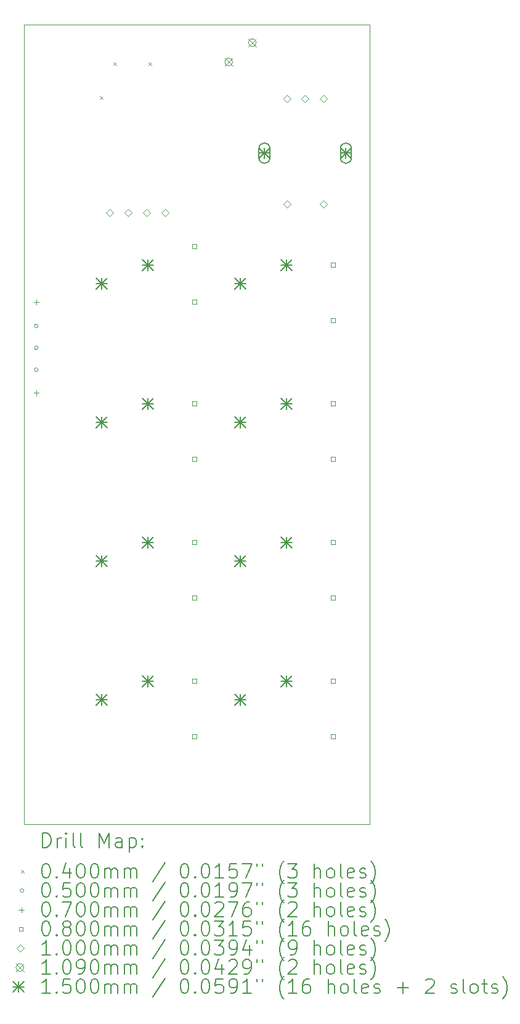
<source format=gbr>
%TF.GenerationSoftware,KiCad,Pcbnew,(6.0.9)*%
%TF.CreationDate,2023-04-09T12:51:09-04:00*%
%TF.ProjectId,MainPad,4d61696e-5061-4642-9e6b-696361645f70,rev?*%
%TF.SameCoordinates,Original*%
%TF.FileFunction,Drillmap*%
%TF.FilePolarity,Positive*%
%FSLAX45Y45*%
G04 Gerber Fmt 4.5, Leading zero omitted, Abs format (unit mm)*
G04 Created by KiCad (PCBNEW (6.0.9)) date 2023-04-09 12:51:09*
%MOMM*%
%LPD*%
G01*
G04 APERTURE LIST*
%ADD10C,0.100000*%
%ADD11C,0.200000*%
%ADD12C,0.040000*%
%ADD13C,0.050000*%
%ADD14C,0.070000*%
%ADD15C,0.080000*%
%ADD16C,0.109000*%
%ADD17C,0.150000*%
G04 APERTURE END LIST*
D10*
X16637000Y-13652500D02*
X11887200Y-13652500D01*
X11887200Y-13652500D02*
X11887200Y-2667000D01*
X11887200Y-2667000D02*
X16637000Y-2667000D01*
X16637000Y-2667000D02*
X16637000Y-13652500D01*
D11*
D12*
X12927010Y-3653840D02*
X12967010Y-3693840D01*
X12967010Y-3653840D02*
X12927010Y-3693840D01*
X13114100Y-3186690D02*
X13154100Y-3226690D01*
X13154100Y-3186690D02*
X13114100Y-3226690D01*
X13598600Y-3186560D02*
X13638600Y-3226560D01*
X13638600Y-3186560D02*
X13598600Y-3226560D01*
D13*
X12078000Y-6807000D02*
G75*
G03*
X12078000Y-6807000I-25000J0D01*
G01*
X12078000Y-7107000D02*
G75*
G03*
X12078000Y-7107000I-25000J0D01*
G01*
X12078000Y-7407000D02*
G75*
G03*
X12078000Y-7407000I-25000J0D01*
G01*
D14*
X12053000Y-6442000D02*
X12053000Y-6512000D01*
X12018000Y-6477000D02*
X12088000Y-6477000D01*
X12053000Y-7692000D02*
X12053000Y-7762000D01*
X12018000Y-7727000D02*
X12088000Y-7727000D01*
D15*
X14252284Y-5743284D02*
X14252284Y-5686715D01*
X14195715Y-5686715D01*
X14195715Y-5743284D01*
X14252284Y-5743284D01*
X14252284Y-6505284D02*
X14252284Y-6448715D01*
X14195715Y-6448715D01*
X14195715Y-6505284D01*
X14252284Y-6505284D01*
X14252284Y-7902284D02*
X14252284Y-7845715D01*
X14195715Y-7845715D01*
X14195715Y-7902284D01*
X14252284Y-7902284D01*
X14252284Y-8664285D02*
X14252284Y-8607716D01*
X14195715Y-8607716D01*
X14195715Y-8664285D01*
X14252284Y-8664285D01*
X14252284Y-9807285D02*
X14252284Y-9750716D01*
X14195715Y-9750716D01*
X14195715Y-9807285D01*
X14252284Y-9807285D01*
X14252284Y-10569285D02*
X14252284Y-10512716D01*
X14195715Y-10512716D01*
X14195715Y-10569285D01*
X14252284Y-10569285D01*
X14252284Y-11712284D02*
X14252284Y-11655715D01*
X14195715Y-11655715D01*
X14195715Y-11712284D01*
X14252284Y-11712284D01*
X14252284Y-12474284D02*
X14252284Y-12417715D01*
X14195715Y-12417715D01*
X14195715Y-12474284D01*
X14252284Y-12474284D01*
X16157284Y-5997284D02*
X16157284Y-5940715D01*
X16100715Y-5940715D01*
X16100715Y-5997284D01*
X16157284Y-5997284D01*
X16157284Y-6759284D02*
X16157284Y-6702715D01*
X16100715Y-6702715D01*
X16100715Y-6759284D01*
X16157284Y-6759284D01*
X16157284Y-7902284D02*
X16157284Y-7845715D01*
X16100715Y-7845715D01*
X16100715Y-7902284D01*
X16157284Y-7902284D01*
X16157284Y-8664285D02*
X16157284Y-8607716D01*
X16100715Y-8607716D01*
X16100715Y-8664285D01*
X16157284Y-8664285D01*
X16157284Y-9807285D02*
X16157284Y-9750716D01*
X16100715Y-9750716D01*
X16100715Y-9807285D01*
X16157284Y-9807285D01*
X16157284Y-10569285D02*
X16157284Y-10512716D01*
X16100715Y-10512716D01*
X16100715Y-10569285D01*
X16157284Y-10569285D01*
X16157284Y-11712284D02*
X16157284Y-11655715D01*
X16100715Y-11655715D01*
X16100715Y-11712284D01*
X16157284Y-11712284D01*
X16157284Y-12474284D02*
X16157284Y-12417715D01*
X16100715Y-12417715D01*
X16100715Y-12474284D01*
X16157284Y-12474284D01*
D10*
X13062000Y-5301000D02*
X13112000Y-5251000D01*
X13062000Y-5201000D01*
X13012000Y-5251000D01*
X13062000Y-5301000D01*
X13316000Y-5301000D02*
X13366000Y-5251000D01*
X13316000Y-5201000D01*
X13266000Y-5251000D01*
X13316000Y-5301000D01*
X13570000Y-5301000D02*
X13620000Y-5251000D01*
X13570000Y-5201000D01*
X13520000Y-5251000D01*
X13570000Y-5301000D01*
X13824000Y-5301000D02*
X13874000Y-5251000D01*
X13824000Y-5201000D01*
X13774000Y-5251000D01*
X13824000Y-5301000D01*
X15498000Y-3733000D02*
X15548000Y-3683000D01*
X15498000Y-3633000D01*
X15448000Y-3683000D01*
X15498000Y-3733000D01*
X15498000Y-5183000D02*
X15548000Y-5133000D01*
X15498000Y-5083000D01*
X15448000Y-5133000D01*
X15498000Y-5183000D01*
X15748000Y-3733000D02*
X15798000Y-3683000D01*
X15748000Y-3633000D01*
X15698000Y-3683000D01*
X15748000Y-3733000D01*
X15998000Y-3733000D02*
X16048000Y-3683000D01*
X15998000Y-3633000D01*
X15948000Y-3683000D01*
X15998000Y-3733000D01*
X15998000Y-5183000D02*
X16048000Y-5133000D01*
X15998000Y-5083000D01*
X15948000Y-5133000D01*
X15998000Y-5183000D01*
D16*
X14642000Y-3126000D02*
X14751000Y-3235000D01*
X14751000Y-3126000D02*
X14642000Y-3235000D01*
X14751000Y-3180500D02*
G75*
G03*
X14751000Y-3180500I-54500J0D01*
G01*
X14967000Y-2861000D02*
X15076000Y-2970000D01*
X15076000Y-2861000D02*
X14967000Y-2970000D01*
X15076000Y-2915500D02*
G75*
G03*
X15076000Y-2915500I-54500J0D01*
G01*
D17*
X12879000Y-6148000D02*
X13029000Y-6298000D01*
X13029000Y-6148000D02*
X12879000Y-6298000D01*
X12954000Y-6148000D02*
X12954000Y-6298000D01*
X12879000Y-6223000D02*
X13029000Y-6223000D01*
X12879000Y-8053000D02*
X13029000Y-8203000D01*
X13029000Y-8053000D02*
X12879000Y-8203000D01*
X12954000Y-8053000D02*
X12954000Y-8203000D01*
X12879000Y-8128000D02*
X13029000Y-8128000D01*
X12879000Y-9958000D02*
X13029000Y-10108000D01*
X13029000Y-9958000D02*
X12879000Y-10108000D01*
X12954000Y-9958000D02*
X12954000Y-10108000D01*
X12879000Y-10033000D02*
X13029000Y-10033000D01*
X12879000Y-11863000D02*
X13029000Y-12013000D01*
X13029000Y-11863000D02*
X12879000Y-12013000D01*
X12954000Y-11863000D02*
X12954000Y-12013000D01*
X12879000Y-11938000D02*
X13029000Y-11938000D01*
X13514000Y-5894000D02*
X13664000Y-6044000D01*
X13664000Y-5894000D02*
X13514000Y-6044000D01*
X13589000Y-5894000D02*
X13589000Y-6044000D01*
X13514000Y-5969000D02*
X13664000Y-5969000D01*
X13514000Y-7799000D02*
X13664000Y-7949000D01*
X13664000Y-7799000D02*
X13514000Y-7949000D01*
X13589000Y-7799000D02*
X13589000Y-7949000D01*
X13514000Y-7874000D02*
X13664000Y-7874000D01*
X13514000Y-9704000D02*
X13664000Y-9854000D01*
X13664000Y-9704000D02*
X13514000Y-9854000D01*
X13589000Y-9704000D02*
X13589000Y-9854000D01*
X13514000Y-9779000D02*
X13664000Y-9779000D01*
X13514000Y-11609000D02*
X13664000Y-11759000D01*
X13664000Y-11609000D02*
X13514000Y-11759000D01*
X13589000Y-11609000D02*
X13589000Y-11759000D01*
X13514000Y-11684000D02*
X13664000Y-11684000D01*
X14784000Y-6148000D02*
X14934000Y-6298000D01*
X14934000Y-6148000D02*
X14784000Y-6298000D01*
X14859000Y-6148000D02*
X14859000Y-6298000D01*
X14784000Y-6223000D02*
X14934000Y-6223000D01*
X14784000Y-8053000D02*
X14934000Y-8203000D01*
X14934000Y-8053000D02*
X14784000Y-8203000D01*
X14859000Y-8053000D02*
X14859000Y-8203000D01*
X14784000Y-8128000D02*
X14934000Y-8128000D01*
X14784000Y-9958000D02*
X14934000Y-10108000D01*
X14934000Y-9958000D02*
X14784000Y-10108000D01*
X14859000Y-9958000D02*
X14859000Y-10108000D01*
X14784000Y-10033000D02*
X14934000Y-10033000D01*
X14784000Y-11863000D02*
X14934000Y-12013000D01*
X14934000Y-11863000D02*
X14784000Y-12013000D01*
X14859000Y-11863000D02*
X14859000Y-12013000D01*
X14784000Y-11938000D02*
X14934000Y-11938000D01*
X15113000Y-4358000D02*
X15263000Y-4508000D01*
X15263000Y-4358000D02*
X15113000Y-4508000D01*
X15188000Y-4358000D02*
X15188000Y-4508000D01*
X15113000Y-4433000D02*
X15263000Y-4433000D01*
D11*
X15113000Y-4368000D02*
X15113000Y-4498000D01*
X15263000Y-4368000D02*
X15263000Y-4498000D01*
X15113000Y-4498000D02*
G75*
G03*
X15263000Y-4498000I75000J0D01*
G01*
X15263000Y-4368000D02*
G75*
G03*
X15113000Y-4368000I-75000J0D01*
G01*
D17*
X15419000Y-5894000D02*
X15569000Y-6044000D01*
X15569000Y-5894000D02*
X15419000Y-6044000D01*
X15494000Y-5894000D02*
X15494000Y-6044000D01*
X15419000Y-5969000D02*
X15569000Y-5969000D01*
X15419000Y-7799000D02*
X15569000Y-7949000D01*
X15569000Y-7799000D02*
X15419000Y-7949000D01*
X15494000Y-7799000D02*
X15494000Y-7949000D01*
X15419000Y-7874000D02*
X15569000Y-7874000D01*
X15419000Y-9704000D02*
X15569000Y-9854000D01*
X15569000Y-9704000D02*
X15419000Y-9854000D01*
X15494000Y-9704000D02*
X15494000Y-9854000D01*
X15419000Y-9779000D02*
X15569000Y-9779000D01*
X15419000Y-11609000D02*
X15569000Y-11759000D01*
X15569000Y-11609000D02*
X15419000Y-11759000D01*
X15494000Y-11609000D02*
X15494000Y-11759000D01*
X15419000Y-11684000D02*
X15569000Y-11684000D01*
X16233000Y-4358000D02*
X16383000Y-4508000D01*
X16383000Y-4358000D02*
X16233000Y-4508000D01*
X16308000Y-4358000D02*
X16308000Y-4508000D01*
X16233000Y-4433000D02*
X16383000Y-4433000D01*
D11*
X16233000Y-4368000D02*
X16233000Y-4498000D01*
X16383000Y-4368000D02*
X16383000Y-4498000D01*
X16233000Y-4498000D02*
G75*
G03*
X16383000Y-4498000I75000J0D01*
G01*
X16383000Y-4368000D02*
G75*
G03*
X16233000Y-4368000I-75000J0D01*
G01*
X12139819Y-13967976D02*
X12139819Y-13767976D01*
X12187438Y-13767976D01*
X12216009Y-13777500D01*
X12235057Y-13796548D01*
X12244581Y-13815595D01*
X12254105Y-13853690D01*
X12254105Y-13882262D01*
X12244581Y-13920357D01*
X12235057Y-13939405D01*
X12216009Y-13958452D01*
X12187438Y-13967976D01*
X12139819Y-13967976D01*
X12339819Y-13967976D02*
X12339819Y-13834643D01*
X12339819Y-13872738D02*
X12349343Y-13853690D01*
X12358867Y-13844167D01*
X12377914Y-13834643D01*
X12396962Y-13834643D01*
X12463628Y-13967976D02*
X12463628Y-13834643D01*
X12463628Y-13767976D02*
X12454105Y-13777500D01*
X12463628Y-13787024D01*
X12473152Y-13777500D01*
X12463628Y-13767976D01*
X12463628Y-13787024D01*
X12587438Y-13967976D02*
X12568390Y-13958452D01*
X12558867Y-13939405D01*
X12558867Y-13767976D01*
X12692200Y-13967976D02*
X12673152Y-13958452D01*
X12663628Y-13939405D01*
X12663628Y-13767976D01*
X12920771Y-13967976D02*
X12920771Y-13767976D01*
X12987438Y-13910833D01*
X13054105Y-13767976D01*
X13054105Y-13967976D01*
X13235057Y-13967976D02*
X13235057Y-13863214D01*
X13225533Y-13844167D01*
X13206486Y-13834643D01*
X13168390Y-13834643D01*
X13149343Y-13844167D01*
X13235057Y-13958452D02*
X13216009Y-13967976D01*
X13168390Y-13967976D01*
X13149343Y-13958452D01*
X13139819Y-13939405D01*
X13139819Y-13920357D01*
X13149343Y-13901309D01*
X13168390Y-13891786D01*
X13216009Y-13891786D01*
X13235057Y-13882262D01*
X13330295Y-13834643D02*
X13330295Y-14034643D01*
X13330295Y-13844167D02*
X13349343Y-13834643D01*
X13387438Y-13834643D01*
X13406486Y-13844167D01*
X13416009Y-13853690D01*
X13425533Y-13872738D01*
X13425533Y-13929881D01*
X13416009Y-13948928D01*
X13406486Y-13958452D01*
X13387438Y-13967976D01*
X13349343Y-13967976D01*
X13330295Y-13958452D01*
X13511248Y-13948928D02*
X13520771Y-13958452D01*
X13511248Y-13967976D01*
X13501724Y-13958452D01*
X13511248Y-13948928D01*
X13511248Y-13967976D01*
X13511248Y-13844167D02*
X13520771Y-13853690D01*
X13511248Y-13863214D01*
X13501724Y-13853690D01*
X13511248Y-13844167D01*
X13511248Y-13863214D01*
D12*
X11842200Y-14277500D02*
X11882200Y-14317500D01*
X11882200Y-14277500D02*
X11842200Y-14317500D01*
D11*
X12177914Y-14187976D02*
X12196962Y-14187976D01*
X12216009Y-14197500D01*
X12225533Y-14207024D01*
X12235057Y-14226071D01*
X12244581Y-14264167D01*
X12244581Y-14311786D01*
X12235057Y-14349881D01*
X12225533Y-14368928D01*
X12216009Y-14378452D01*
X12196962Y-14387976D01*
X12177914Y-14387976D01*
X12158867Y-14378452D01*
X12149343Y-14368928D01*
X12139819Y-14349881D01*
X12130295Y-14311786D01*
X12130295Y-14264167D01*
X12139819Y-14226071D01*
X12149343Y-14207024D01*
X12158867Y-14197500D01*
X12177914Y-14187976D01*
X12330295Y-14368928D02*
X12339819Y-14378452D01*
X12330295Y-14387976D01*
X12320771Y-14378452D01*
X12330295Y-14368928D01*
X12330295Y-14387976D01*
X12511248Y-14254643D02*
X12511248Y-14387976D01*
X12463628Y-14178452D02*
X12416009Y-14321309D01*
X12539819Y-14321309D01*
X12654105Y-14187976D02*
X12673152Y-14187976D01*
X12692200Y-14197500D01*
X12701724Y-14207024D01*
X12711248Y-14226071D01*
X12720771Y-14264167D01*
X12720771Y-14311786D01*
X12711248Y-14349881D01*
X12701724Y-14368928D01*
X12692200Y-14378452D01*
X12673152Y-14387976D01*
X12654105Y-14387976D01*
X12635057Y-14378452D01*
X12625533Y-14368928D01*
X12616009Y-14349881D01*
X12606486Y-14311786D01*
X12606486Y-14264167D01*
X12616009Y-14226071D01*
X12625533Y-14207024D01*
X12635057Y-14197500D01*
X12654105Y-14187976D01*
X12844581Y-14187976D02*
X12863628Y-14187976D01*
X12882676Y-14197500D01*
X12892200Y-14207024D01*
X12901724Y-14226071D01*
X12911248Y-14264167D01*
X12911248Y-14311786D01*
X12901724Y-14349881D01*
X12892200Y-14368928D01*
X12882676Y-14378452D01*
X12863628Y-14387976D01*
X12844581Y-14387976D01*
X12825533Y-14378452D01*
X12816009Y-14368928D01*
X12806486Y-14349881D01*
X12796962Y-14311786D01*
X12796962Y-14264167D01*
X12806486Y-14226071D01*
X12816009Y-14207024D01*
X12825533Y-14197500D01*
X12844581Y-14187976D01*
X12996962Y-14387976D02*
X12996962Y-14254643D01*
X12996962Y-14273690D02*
X13006486Y-14264167D01*
X13025533Y-14254643D01*
X13054105Y-14254643D01*
X13073152Y-14264167D01*
X13082676Y-14283214D01*
X13082676Y-14387976D01*
X13082676Y-14283214D02*
X13092200Y-14264167D01*
X13111248Y-14254643D01*
X13139819Y-14254643D01*
X13158867Y-14264167D01*
X13168390Y-14283214D01*
X13168390Y-14387976D01*
X13263628Y-14387976D02*
X13263628Y-14254643D01*
X13263628Y-14273690D02*
X13273152Y-14264167D01*
X13292200Y-14254643D01*
X13320771Y-14254643D01*
X13339819Y-14264167D01*
X13349343Y-14283214D01*
X13349343Y-14387976D01*
X13349343Y-14283214D02*
X13358867Y-14264167D01*
X13377914Y-14254643D01*
X13406486Y-14254643D01*
X13425533Y-14264167D01*
X13435057Y-14283214D01*
X13435057Y-14387976D01*
X13825533Y-14178452D02*
X13654105Y-14435595D01*
X14082676Y-14187976D02*
X14101724Y-14187976D01*
X14120771Y-14197500D01*
X14130295Y-14207024D01*
X14139819Y-14226071D01*
X14149343Y-14264167D01*
X14149343Y-14311786D01*
X14139819Y-14349881D01*
X14130295Y-14368928D01*
X14120771Y-14378452D01*
X14101724Y-14387976D01*
X14082676Y-14387976D01*
X14063628Y-14378452D01*
X14054105Y-14368928D01*
X14044581Y-14349881D01*
X14035057Y-14311786D01*
X14035057Y-14264167D01*
X14044581Y-14226071D01*
X14054105Y-14207024D01*
X14063628Y-14197500D01*
X14082676Y-14187976D01*
X14235057Y-14368928D02*
X14244581Y-14378452D01*
X14235057Y-14387976D01*
X14225533Y-14378452D01*
X14235057Y-14368928D01*
X14235057Y-14387976D01*
X14368390Y-14187976D02*
X14387438Y-14187976D01*
X14406486Y-14197500D01*
X14416009Y-14207024D01*
X14425533Y-14226071D01*
X14435057Y-14264167D01*
X14435057Y-14311786D01*
X14425533Y-14349881D01*
X14416009Y-14368928D01*
X14406486Y-14378452D01*
X14387438Y-14387976D01*
X14368390Y-14387976D01*
X14349343Y-14378452D01*
X14339819Y-14368928D01*
X14330295Y-14349881D01*
X14320771Y-14311786D01*
X14320771Y-14264167D01*
X14330295Y-14226071D01*
X14339819Y-14207024D01*
X14349343Y-14197500D01*
X14368390Y-14187976D01*
X14625533Y-14387976D02*
X14511248Y-14387976D01*
X14568390Y-14387976D02*
X14568390Y-14187976D01*
X14549343Y-14216548D01*
X14530295Y-14235595D01*
X14511248Y-14245119D01*
X14806486Y-14187976D02*
X14711248Y-14187976D01*
X14701724Y-14283214D01*
X14711248Y-14273690D01*
X14730295Y-14264167D01*
X14777914Y-14264167D01*
X14796962Y-14273690D01*
X14806486Y-14283214D01*
X14816009Y-14302262D01*
X14816009Y-14349881D01*
X14806486Y-14368928D01*
X14796962Y-14378452D01*
X14777914Y-14387976D01*
X14730295Y-14387976D01*
X14711248Y-14378452D01*
X14701724Y-14368928D01*
X14882676Y-14187976D02*
X15016009Y-14187976D01*
X14930295Y-14387976D01*
X15082676Y-14187976D02*
X15082676Y-14226071D01*
X15158867Y-14187976D02*
X15158867Y-14226071D01*
X15454105Y-14464167D02*
X15444581Y-14454643D01*
X15425533Y-14426071D01*
X15416009Y-14407024D01*
X15406486Y-14378452D01*
X15396962Y-14330833D01*
X15396962Y-14292738D01*
X15406486Y-14245119D01*
X15416009Y-14216548D01*
X15425533Y-14197500D01*
X15444581Y-14168928D01*
X15454105Y-14159405D01*
X15511248Y-14187976D02*
X15635057Y-14187976D01*
X15568390Y-14264167D01*
X15596962Y-14264167D01*
X15616009Y-14273690D01*
X15625533Y-14283214D01*
X15635057Y-14302262D01*
X15635057Y-14349881D01*
X15625533Y-14368928D01*
X15616009Y-14378452D01*
X15596962Y-14387976D01*
X15539819Y-14387976D01*
X15520771Y-14378452D01*
X15511248Y-14368928D01*
X15873152Y-14387976D02*
X15873152Y-14187976D01*
X15958867Y-14387976D02*
X15958867Y-14283214D01*
X15949343Y-14264167D01*
X15930295Y-14254643D01*
X15901724Y-14254643D01*
X15882676Y-14264167D01*
X15873152Y-14273690D01*
X16082676Y-14387976D02*
X16063628Y-14378452D01*
X16054105Y-14368928D01*
X16044581Y-14349881D01*
X16044581Y-14292738D01*
X16054105Y-14273690D01*
X16063628Y-14264167D01*
X16082676Y-14254643D01*
X16111248Y-14254643D01*
X16130295Y-14264167D01*
X16139819Y-14273690D01*
X16149343Y-14292738D01*
X16149343Y-14349881D01*
X16139819Y-14368928D01*
X16130295Y-14378452D01*
X16111248Y-14387976D01*
X16082676Y-14387976D01*
X16263628Y-14387976D02*
X16244581Y-14378452D01*
X16235057Y-14359405D01*
X16235057Y-14187976D01*
X16416009Y-14378452D02*
X16396962Y-14387976D01*
X16358867Y-14387976D01*
X16339819Y-14378452D01*
X16330295Y-14359405D01*
X16330295Y-14283214D01*
X16339819Y-14264167D01*
X16358867Y-14254643D01*
X16396962Y-14254643D01*
X16416009Y-14264167D01*
X16425533Y-14283214D01*
X16425533Y-14302262D01*
X16330295Y-14321309D01*
X16501724Y-14378452D02*
X16520771Y-14387976D01*
X16558867Y-14387976D01*
X16577914Y-14378452D01*
X16587438Y-14359405D01*
X16587438Y-14349881D01*
X16577914Y-14330833D01*
X16558867Y-14321309D01*
X16530295Y-14321309D01*
X16511248Y-14311786D01*
X16501724Y-14292738D01*
X16501724Y-14283214D01*
X16511248Y-14264167D01*
X16530295Y-14254643D01*
X16558867Y-14254643D01*
X16577914Y-14264167D01*
X16654105Y-14464167D02*
X16663628Y-14454643D01*
X16682676Y-14426071D01*
X16692200Y-14407024D01*
X16701724Y-14378452D01*
X16711248Y-14330833D01*
X16711248Y-14292738D01*
X16701724Y-14245119D01*
X16692200Y-14216548D01*
X16682676Y-14197500D01*
X16663628Y-14168928D01*
X16654105Y-14159405D01*
D13*
X11882200Y-14561500D02*
G75*
G03*
X11882200Y-14561500I-25000J0D01*
G01*
D11*
X12177914Y-14451976D02*
X12196962Y-14451976D01*
X12216009Y-14461500D01*
X12225533Y-14471024D01*
X12235057Y-14490071D01*
X12244581Y-14528167D01*
X12244581Y-14575786D01*
X12235057Y-14613881D01*
X12225533Y-14632928D01*
X12216009Y-14642452D01*
X12196962Y-14651976D01*
X12177914Y-14651976D01*
X12158867Y-14642452D01*
X12149343Y-14632928D01*
X12139819Y-14613881D01*
X12130295Y-14575786D01*
X12130295Y-14528167D01*
X12139819Y-14490071D01*
X12149343Y-14471024D01*
X12158867Y-14461500D01*
X12177914Y-14451976D01*
X12330295Y-14632928D02*
X12339819Y-14642452D01*
X12330295Y-14651976D01*
X12320771Y-14642452D01*
X12330295Y-14632928D01*
X12330295Y-14651976D01*
X12520771Y-14451976D02*
X12425533Y-14451976D01*
X12416009Y-14547214D01*
X12425533Y-14537690D01*
X12444581Y-14528167D01*
X12492200Y-14528167D01*
X12511248Y-14537690D01*
X12520771Y-14547214D01*
X12530295Y-14566262D01*
X12530295Y-14613881D01*
X12520771Y-14632928D01*
X12511248Y-14642452D01*
X12492200Y-14651976D01*
X12444581Y-14651976D01*
X12425533Y-14642452D01*
X12416009Y-14632928D01*
X12654105Y-14451976D02*
X12673152Y-14451976D01*
X12692200Y-14461500D01*
X12701724Y-14471024D01*
X12711248Y-14490071D01*
X12720771Y-14528167D01*
X12720771Y-14575786D01*
X12711248Y-14613881D01*
X12701724Y-14632928D01*
X12692200Y-14642452D01*
X12673152Y-14651976D01*
X12654105Y-14651976D01*
X12635057Y-14642452D01*
X12625533Y-14632928D01*
X12616009Y-14613881D01*
X12606486Y-14575786D01*
X12606486Y-14528167D01*
X12616009Y-14490071D01*
X12625533Y-14471024D01*
X12635057Y-14461500D01*
X12654105Y-14451976D01*
X12844581Y-14451976D02*
X12863628Y-14451976D01*
X12882676Y-14461500D01*
X12892200Y-14471024D01*
X12901724Y-14490071D01*
X12911248Y-14528167D01*
X12911248Y-14575786D01*
X12901724Y-14613881D01*
X12892200Y-14632928D01*
X12882676Y-14642452D01*
X12863628Y-14651976D01*
X12844581Y-14651976D01*
X12825533Y-14642452D01*
X12816009Y-14632928D01*
X12806486Y-14613881D01*
X12796962Y-14575786D01*
X12796962Y-14528167D01*
X12806486Y-14490071D01*
X12816009Y-14471024D01*
X12825533Y-14461500D01*
X12844581Y-14451976D01*
X12996962Y-14651976D02*
X12996962Y-14518643D01*
X12996962Y-14537690D02*
X13006486Y-14528167D01*
X13025533Y-14518643D01*
X13054105Y-14518643D01*
X13073152Y-14528167D01*
X13082676Y-14547214D01*
X13082676Y-14651976D01*
X13082676Y-14547214D02*
X13092200Y-14528167D01*
X13111248Y-14518643D01*
X13139819Y-14518643D01*
X13158867Y-14528167D01*
X13168390Y-14547214D01*
X13168390Y-14651976D01*
X13263628Y-14651976D02*
X13263628Y-14518643D01*
X13263628Y-14537690D02*
X13273152Y-14528167D01*
X13292200Y-14518643D01*
X13320771Y-14518643D01*
X13339819Y-14528167D01*
X13349343Y-14547214D01*
X13349343Y-14651976D01*
X13349343Y-14547214D02*
X13358867Y-14528167D01*
X13377914Y-14518643D01*
X13406486Y-14518643D01*
X13425533Y-14528167D01*
X13435057Y-14547214D01*
X13435057Y-14651976D01*
X13825533Y-14442452D02*
X13654105Y-14699595D01*
X14082676Y-14451976D02*
X14101724Y-14451976D01*
X14120771Y-14461500D01*
X14130295Y-14471024D01*
X14139819Y-14490071D01*
X14149343Y-14528167D01*
X14149343Y-14575786D01*
X14139819Y-14613881D01*
X14130295Y-14632928D01*
X14120771Y-14642452D01*
X14101724Y-14651976D01*
X14082676Y-14651976D01*
X14063628Y-14642452D01*
X14054105Y-14632928D01*
X14044581Y-14613881D01*
X14035057Y-14575786D01*
X14035057Y-14528167D01*
X14044581Y-14490071D01*
X14054105Y-14471024D01*
X14063628Y-14461500D01*
X14082676Y-14451976D01*
X14235057Y-14632928D02*
X14244581Y-14642452D01*
X14235057Y-14651976D01*
X14225533Y-14642452D01*
X14235057Y-14632928D01*
X14235057Y-14651976D01*
X14368390Y-14451976D02*
X14387438Y-14451976D01*
X14406486Y-14461500D01*
X14416009Y-14471024D01*
X14425533Y-14490071D01*
X14435057Y-14528167D01*
X14435057Y-14575786D01*
X14425533Y-14613881D01*
X14416009Y-14632928D01*
X14406486Y-14642452D01*
X14387438Y-14651976D01*
X14368390Y-14651976D01*
X14349343Y-14642452D01*
X14339819Y-14632928D01*
X14330295Y-14613881D01*
X14320771Y-14575786D01*
X14320771Y-14528167D01*
X14330295Y-14490071D01*
X14339819Y-14471024D01*
X14349343Y-14461500D01*
X14368390Y-14451976D01*
X14625533Y-14651976D02*
X14511248Y-14651976D01*
X14568390Y-14651976D02*
X14568390Y-14451976D01*
X14549343Y-14480548D01*
X14530295Y-14499595D01*
X14511248Y-14509119D01*
X14720771Y-14651976D02*
X14758867Y-14651976D01*
X14777914Y-14642452D01*
X14787438Y-14632928D01*
X14806486Y-14604357D01*
X14816009Y-14566262D01*
X14816009Y-14490071D01*
X14806486Y-14471024D01*
X14796962Y-14461500D01*
X14777914Y-14451976D01*
X14739819Y-14451976D01*
X14720771Y-14461500D01*
X14711248Y-14471024D01*
X14701724Y-14490071D01*
X14701724Y-14537690D01*
X14711248Y-14556738D01*
X14720771Y-14566262D01*
X14739819Y-14575786D01*
X14777914Y-14575786D01*
X14796962Y-14566262D01*
X14806486Y-14556738D01*
X14816009Y-14537690D01*
X14882676Y-14451976D02*
X15016009Y-14451976D01*
X14930295Y-14651976D01*
X15082676Y-14451976D02*
X15082676Y-14490071D01*
X15158867Y-14451976D02*
X15158867Y-14490071D01*
X15454105Y-14728167D02*
X15444581Y-14718643D01*
X15425533Y-14690071D01*
X15416009Y-14671024D01*
X15406486Y-14642452D01*
X15396962Y-14594833D01*
X15396962Y-14556738D01*
X15406486Y-14509119D01*
X15416009Y-14480548D01*
X15425533Y-14461500D01*
X15444581Y-14432928D01*
X15454105Y-14423405D01*
X15511248Y-14451976D02*
X15635057Y-14451976D01*
X15568390Y-14528167D01*
X15596962Y-14528167D01*
X15616009Y-14537690D01*
X15625533Y-14547214D01*
X15635057Y-14566262D01*
X15635057Y-14613881D01*
X15625533Y-14632928D01*
X15616009Y-14642452D01*
X15596962Y-14651976D01*
X15539819Y-14651976D01*
X15520771Y-14642452D01*
X15511248Y-14632928D01*
X15873152Y-14651976D02*
X15873152Y-14451976D01*
X15958867Y-14651976D02*
X15958867Y-14547214D01*
X15949343Y-14528167D01*
X15930295Y-14518643D01*
X15901724Y-14518643D01*
X15882676Y-14528167D01*
X15873152Y-14537690D01*
X16082676Y-14651976D02*
X16063628Y-14642452D01*
X16054105Y-14632928D01*
X16044581Y-14613881D01*
X16044581Y-14556738D01*
X16054105Y-14537690D01*
X16063628Y-14528167D01*
X16082676Y-14518643D01*
X16111248Y-14518643D01*
X16130295Y-14528167D01*
X16139819Y-14537690D01*
X16149343Y-14556738D01*
X16149343Y-14613881D01*
X16139819Y-14632928D01*
X16130295Y-14642452D01*
X16111248Y-14651976D01*
X16082676Y-14651976D01*
X16263628Y-14651976D02*
X16244581Y-14642452D01*
X16235057Y-14623405D01*
X16235057Y-14451976D01*
X16416009Y-14642452D02*
X16396962Y-14651976D01*
X16358867Y-14651976D01*
X16339819Y-14642452D01*
X16330295Y-14623405D01*
X16330295Y-14547214D01*
X16339819Y-14528167D01*
X16358867Y-14518643D01*
X16396962Y-14518643D01*
X16416009Y-14528167D01*
X16425533Y-14547214D01*
X16425533Y-14566262D01*
X16330295Y-14585309D01*
X16501724Y-14642452D02*
X16520771Y-14651976D01*
X16558867Y-14651976D01*
X16577914Y-14642452D01*
X16587438Y-14623405D01*
X16587438Y-14613881D01*
X16577914Y-14594833D01*
X16558867Y-14585309D01*
X16530295Y-14585309D01*
X16511248Y-14575786D01*
X16501724Y-14556738D01*
X16501724Y-14547214D01*
X16511248Y-14528167D01*
X16530295Y-14518643D01*
X16558867Y-14518643D01*
X16577914Y-14528167D01*
X16654105Y-14728167D02*
X16663628Y-14718643D01*
X16682676Y-14690071D01*
X16692200Y-14671024D01*
X16701724Y-14642452D01*
X16711248Y-14594833D01*
X16711248Y-14556738D01*
X16701724Y-14509119D01*
X16692200Y-14480548D01*
X16682676Y-14461500D01*
X16663628Y-14432928D01*
X16654105Y-14423405D01*
D14*
X11847200Y-14790500D02*
X11847200Y-14860500D01*
X11812200Y-14825500D02*
X11882200Y-14825500D01*
D11*
X12177914Y-14715976D02*
X12196962Y-14715976D01*
X12216009Y-14725500D01*
X12225533Y-14735024D01*
X12235057Y-14754071D01*
X12244581Y-14792167D01*
X12244581Y-14839786D01*
X12235057Y-14877881D01*
X12225533Y-14896928D01*
X12216009Y-14906452D01*
X12196962Y-14915976D01*
X12177914Y-14915976D01*
X12158867Y-14906452D01*
X12149343Y-14896928D01*
X12139819Y-14877881D01*
X12130295Y-14839786D01*
X12130295Y-14792167D01*
X12139819Y-14754071D01*
X12149343Y-14735024D01*
X12158867Y-14725500D01*
X12177914Y-14715976D01*
X12330295Y-14896928D02*
X12339819Y-14906452D01*
X12330295Y-14915976D01*
X12320771Y-14906452D01*
X12330295Y-14896928D01*
X12330295Y-14915976D01*
X12406486Y-14715976D02*
X12539819Y-14715976D01*
X12454105Y-14915976D01*
X12654105Y-14715976D02*
X12673152Y-14715976D01*
X12692200Y-14725500D01*
X12701724Y-14735024D01*
X12711248Y-14754071D01*
X12720771Y-14792167D01*
X12720771Y-14839786D01*
X12711248Y-14877881D01*
X12701724Y-14896928D01*
X12692200Y-14906452D01*
X12673152Y-14915976D01*
X12654105Y-14915976D01*
X12635057Y-14906452D01*
X12625533Y-14896928D01*
X12616009Y-14877881D01*
X12606486Y-14839786D01*
X12606486Y-14792167D01*
X12616009Y-14754071D01*
X12625533Y-14735024D01*
X12635057Y-14725500D01*
X12654105Y-14715976D01*
X12844581Y-14715976D02*
X12863628Y-14715976D01*
X12882676Y-14725500D01*
X12892200Y-14735024D01*
X12901724Y-14754071D01*
X12911248Y-14792167D01*
X12911248Y-14839786D01*
X12901724Y-14877881D01*
X12892200Y-14896928D01*
X12882676Y-14906452D01*
X12863628Y-14915976D01*
X12844581Y-14915976D01*
X12825533Y-14906452D01*
X12816009Y-14896928D01*
X12806486Y-14877881D01*
X12796962Y-14839786D01*
X12796962Y-14792167D01*
X12806486Y-14754071D01*
X12816009Y-14735024D01*
X12825533Y-14725500D01*
X12844581Y-14715976D01*
X12996962Y-14915976D02*
X12996962Y-14782643D01*
X12996962Y-14801690D02*
X13006486Y-14792167D01*
X13025533Y-14782643D01*
X13054105Y-14782643D01*
X13073152Y-14792167D01*
X13082676Y-14811214D01*
X13082676Y-14915976D01*
X13082676Y-14811214D02*
X13092200Y-14792167D01*
X13111248Y-14782643D01*
X13139819Y-14782643D01*
X13158867Y-14792167D01*
X13168390Y-14811214D01*
X13168390Y-14915976D01*
X13263628Y-14915976D02*
X13263628Y-14782643D01*
X13263628Y-14801690D02*
X13273152Y-14792167D01*
X13292200Y-14782643D01*
X13320771Y-14782643D01*
X13339819Y-14792167D01*
X13349343Y-14811214D01*
X13349343Y-14915976D01*
X13349343Y-14811214D02*
X13358867Y-14792167D01*
X13377914Y-14782643D01*
X13406486Y-14782643D01*
X13425533Y-14792167D01*
X13435057Y-14811214D01*
X13435057Y-14915976D01*
X13825533Y-14706452D02*
X13654105Y-14963595D01*
X14082676Y-14715976D02*
X14101724Y-14715976D01*
X14120771Y-14725500D01*
X14130295Y-14735024D01*
X14139819Y-14754071D01*
X14149343Y-14792167D01*
X14149343Y-14839786D01*
X14139819Y-14877881D01*
X14130295Y-14896928D01*
X14120771Y-14906452D01*
X14101724Y-14915976D01*
X14082676Y-14915976D01*
X14063628Y-14906452D01*
X14054105Y-14896928D01*
X14044581Y-14877881D01*
X14035057Y-14839786D01*
X14035057Y-14792167D01*
X14044581Y-14754071D01*
X14054105Y-14735024D01*
X14063628Y-14725500D01*
X14082676Y-14715976D01*
X14235057Y-14896928D02*
X14244581Y-14906452D01*
X14235057Y-14915976D01*
X14225533Y-14906452D01*
X14235057Y-14896928D01*
X14235057Y-14915976D01*
X14368390Y-14715976D02*
X14387438Y-14715976D01*
X14406486Y-14725500D01*
X14416009Y-14735024D01*
X14425533Y-14754071D01*
X14435057Y-14792167D01*
X14435057Y-14839786D01*
X14425533Y-14877881D01*
X14416009Y-14896928D01*
X14406486Y-14906452D01*
X14387438Y-14915976D01*
X14368390Y-14915976D01*
X14349343Y-14906452D01*
X14339819Y-14896928D01*
X14330295Y-14877881D01*
X14320771Y-14839786D01*
X14320771Y-14792167D01*
X14330295Y-14754071D01*
X14339819Y-14735024D01*
X14349343Y-14725500D01*
X14368390Y-14715976D01*
X14511248Y-14735024D02*
X14520771Y-14725500D01*
X14539819Y-14715976D01*
X14587438Y-14715976D01*
X14606486Y-14725500D01*
X14616009Y-14735024D01*
X14625533Y-14754071D01*
X14625533Y-14773119D01*
X14616009Y-14801690D01*
X14501724Y-14915976D01*
X14625533Y-14915976D01*
X14692200Y-14715976D02*
X14825533Y-14715976D01*
X14739819Y-14915976D01*
X14987438Y-14715976D02*
X14949343Y-14715976D01*
X14930295Y-14725500D01*
X14920771Y-14735024D01*
X14901724Y-14763595D01*
X14892200Y-14801690D01*
X14892200Y-14877881D01*
X14901724Y-14896928D01*
X14911248Y-14906452D01*
X14930295Y-14915976D01*
X14968390Y-14915976D01*
X14987438Y-14906452D01*
X14996962Y-14896928D01*
X15006486Y-14877881D01*
X15006486Y-14830262D01*
X14996962Y-14811214D01*
X14987438Y-14801690D01*
X14968390Y-14792167D01*
X14930295Y-14792167D01*
X14911248Y-14801690D01*
X14901724Y-14811214D01*
X14892200Y-14830262D01*
X15082676Y-14715976D02*
X15082676Y-14754071D01*
X15158867Y-14715976D02*
X15158867Y-14754071D01*
X15454105Y-14992167D02*
X15444581Y-14982643D01*
X15425533Y-14954071D01*
X15416009Y-14935024D01*
X15406486Y-14906452D01*
X15396962Y-14858833D01*
X15396962Y-14820738D01*
X15406486Y-14773119D01*
X15416009Y-14744548D01*
X15425533Y-14725500D01*
X15444581Y-14696928D01*
X15454105Y-14687405D01*
X15520771Y-14735024D02*
X15530295Y-14725500D01*
X15549343Y-14715976D01*
X15596962Y-14715976D01*
X15616009Y-14725500D01*
X15625533Y-14735024D01*
X15635057Y-14754071D01*
X15635057Y-14773119D01*
X15625533Y-14801690D01*
X15511248Y-14915976D01*
X15635057Y-14915976D01*
X15873152Y-14915976D02*
X15873152Y-14715976D01*
X15958867Y-14915976D02*
X15958867Y-14811214D01*
X15949343Y-14792167D01*
X15930295Y-14782643D01*
X15901724Y-14782643D01*
X15882676Y-14792167D01*
X15873152Y-14801690D01*
X16082676Y-14915976D02*
X16063628Y-14906452D01*
X16054105Y-14896928D01*
X16044581Y-14877881D01*
X16044581Y-14820738D01*
X16054105Y-14801690D01*
X16063628Y-14792167D01*
X16082676Y-14782643D01*
X16111248Y-14782643D01*
X16130295Y-14792167D01*
X16139819Y-14801690D01*
X16149343Y-14820738D01*
X16149343Y-14877881D01*
X16139819Y-14896928D01*
X16130295Y-14906452D01*
X16111248Y-14915976D01*
X16082676Y-14915976D01*
X16263628Y-14915976D02*
X16244581Y-14906452D01*
X16235057Y-14887405D01*
X16235057Y-14715976D01*
X16416009Y-14906452D02*
X16396962Y-14915976D01*
X16358867Y-14915976D01*
X16339819Y-14906452D01*
X16330295Y-14887405D01*
X16330295Y-14811214D01*
X16339819Y-14792167D01*
X16358867Y-14782643D01*
X16396962Y-14782643D01*
X16416009Y-14792167D01*
X16425533Y-14811214D01*
X16425533Y-14830262D01*
X16330295Y-14849309D01*
X16501724Y-14906452D02*
X16520771Y-14915976D01*
X16558867Y-14915976D01*
X16577914Y-14906452D01*
X16587438Y-14887405D01*
X16587438Y-14877881D01*
X16577914Y-14858833D01*
X16558867Y-14849309D01*
X16530295Y-14849309D01*
X16511248Y-14839786D01*
X16501724Y-14820738D01*
X16501724Y-14811214D01*
X16511248Y-14792167D01*
X16530295Y-14782643D01*
X16558867Y-14782643D01*
X16577914Y-14792167D01*
X16654105Y-14992167D02*
X16663628Y-14982643D01*
X16682676Y-14954071D01*
X16692200Y-14935024D01*
X16701724Y-14906452D01*
X16711248Y-14858833D01*
X16711248Y-14820738D01*
X16701724Y-14773119D01*
X16692200Y-14744548D01*
X16682676Y-14725500D01*
X16663628Y-14696928D01*
X16654105Y-14687405D01*
D15*
X11870484Y-15117784D02*
X11870484Y-15061215D01*
X11813915Y-15061215D01*
X11813915Y-15117784D01*
X11870484Y-15117784D01*
D11*
X12177914Y-14979976D02*
X12196962Y-14979976D01*
X12216009Y-14989500D01*
X12225533Y-14999024D01*
X12235057Y-15018071D01*
X12244581Y-15056167D01*
X12244581Y-15103786D01*
X12235057Y-15141881D01*
X12225533Y-15160928D01*
X12216009Y-15170452D01*
X12196962Y-15179976D01*
X12177914Y-15179976D01*
X12158867Y-15170452D01*
X12149343Y-15160928D01*
X12139819Y-15141881D01*
X12130295Y-15103786D01*
X12130295Y-15056167D01*
X12139819Y-15018071D01*
X12149343Y-14999024D01*
X12158867Y-14989500D01*
X12177914Y-14979976D01*
X12330295Y-15160928D02*
X12339819Y-15170452D01*
X12330295Y-15179976D01*
X12320771Y-15170452D01*
X12330295Y-15160928D01*
X12330295Y-15179976D01*
X12454105Y-15065690D02*
X12435057Y-15056167D01*
X12425533Y-15046643D01*
X12416009Y-15027595D01*
X12416009Y-15018071D01*
X12425533Y-14999024D01*
X12435057Y-14989500D01*
X12454105Y-14979976D01*
X12492200Y-14979976D01*
X12511248Y-14989500D01*
X12520771Y-14999024D01*
X12530295Y-15018071D01*
X12530295Y-15027595D01*
X12520771Y-15046643D01*
X12511248Y-15056167D01*
X12492200Y-15065690D01*
X12454105Y-15065690D01*
X12435057Y-15075214D01*
X12425533Y-15084738D01*
X12416009Y-15103786D01*
X12416009Y-15141881D01*
X12425533Y-15160928D01*
X12435057Y-15170452D01*
X12454105Y-15179976D01*
X12492200Y-15179976D01*
X12511248Y-15170452D01*
X12520771Y-15160928D01*
X12530295Y-15141881D01*
X12530295Y-15103786D01*
X12520771Y-15084738D01*
X12511248Y-15075214D01*
X12492200Y-15065690D01*
X12654105Y-14979976D02*
X12673152Y-14979976D01*
X12692200Y-14989500D01*
X12701724Y-14999024D01*
X12711248Y-15018071D01*
X12720771Y-15056167D01*
X12720771Y-15103786D01*
X12711248Y-15141881D01*
X12701724Y-15160928D01*
X12692200Y-15170452D01*
X12673152Y-15179976D01*
X12654105Y-15179976D01*
X12635057Y-15170452D01*
X12625533Y-15160928D01*
X12616009Y-15141881D01*
X12606486Y-15103786D01*
X12606486Y-15056167D01*
X12616009Y-15018071D01*
X12625533Y-14999024D01*
X12635057Y-14989500D01*
X12654105Y-14979976D01*
X12844581Y-14979976D02*
X12863628Y-14979976D01*
X12882676Y-14989500D01*
X12892200Y-14999024D01*
X12901724Y-15018071D01*
X12911248Y-15056167D01*
X12911248Y-15103786D01*
X12901724Y-15141881D01*
X12892200Y-15160928D01*
X12882676Y-15170452D01*
X12863628Y-15179976D01*
X12844581Y-15179976D01*
X12825533Y-15170452D01*
X12816009Y-15160928D01*
X12806486Y-15141881D01*
X12796962Y-15103786D01*
X12796962Y-15056167D01*
X12806486Y-15018071D01*
X12816009Y-14999024D01*
X12825533Y-14989500D01*
X12844581Y-14979976D01*
X12996962Y-15179976D02*
X12996962Y-15046643D01*
X12996962Y-15065690D02*
X13006486Y-15056167D01*
X13025533Y-15046643D01*
X13054105Y-15046643D01*
X13073152Y-15056167D01*
X13082676Y-15075214D01*
X13082676Y-15179976D01*
X13082676Y-15075214D02*
X13092200Y-15056167D01*
X13111248Y-15046643D01*
X13139819Y-15046643D01*
X13158867Y-15056167D01*
X13168390Y-15075214D01*
X13168390Y-15179976D01*
X13263628Y-15179976D02*
X13263628Y-15046643D01*
X13263628Y-15065690D02*
X13273152Y-15056167D01*
X13292200Y-15046643D01*
X13320771Y-15046643D01*
X13339819Y-15056167D01*
X13349343Y-15075214D01*
X13349343Y-15179976D01*
X13349343Y-15075214D02*
X13358867Y-15056167D01*
X13377914Y-15046643D01*
X13406486Y-15046643D01*
X13425533Y-15056167D01*
X13435057Y-15075214D01*
X13435057Y-15179976D01*
X13825533Y-14970452D02*
X13654105Y-15227595D01*
X14082676Y-14979976D02*
X14101724Y-14979976D01*
X14120771Y-14989500D01*
X14130295Y-14999024D01*
X14139819Y-15018071D01*
X14149343Y-15056167D01*
X14149343Y-15103786D01*
X14139819Y-15141881D01*
X14130295Y-15160928D01*
X14120771Y-15170452D01*
X14101724Y-15179976D01*
X14082676Y-15179976D01*
X14063628Y-15170452D01*
X14054105Y-15160928D01*
X14044581Y-15141881D01*
X14035057Y-15103786D01*
X14035057Y-15056167D01*
X14044581Y-15018071D01*
X14054105Y-14999024D01*
X14063628Y-14989500D01*
X14082676Y-14979976D01*
X14235057Y-15160928D02*
X14244581Y-15170452D01*
X14235057Y-15179976D01*
X14225533Y-15170452D01*
X14235057Y-15160928D01*
X14235057Y-15179976D01*
X14368390Y-14979976D02*
X14387438Y-14979976D01*
X14406486Y-14989500D01*
X14416009Y-14999024D01*
X14425533Y-15018071D01*
X14435057Y-15056167D01*
X14435057Y-15103786D01*
X14425533Y-15141881D01*
X14416009Y-15160928D01*
X14406486Y-15170452D01*
X14387438Y-15179976D01*
X14368390Y-15179976D01*
X14349343Y-15170452D01*
X14339819Y-15160928D01*
X14330295Y-15141881D01*
X14320771Y-15103786D01*
X14320771Y-15056167D01*
X14330295Y-15018071D01*
X14339819Y-14999024D01*
X14349343Y-14989500D01*
X14368390Y-14979976D01*
X14501724Y-14979976D02*
X14625533Y-14979976D01*
X14558867Y-15056167D01*
X14587438Y-15056167D01*
X14606486Y-15065690D01*
X14616009Y-15075214D01*
X14625533Y-15094262D01*
X14625533Y-15141881D01*
X14616009Y-15160928D01*
X14606486Y-15170452D01*
X14587438Y-15179976D01*
X14530295Y-15179976D01*
X14511248Y-15170452D01*
X14501724Y-15160928D01*
X14816009Y-15179976D02*
X14701724Y-15179976D01*
X14758867Y-15179976D02*
X14758867Y-14979976D01*
X14739819Y-15008548D01*
X14720771Y-15027595D01*
X14701724Y-15037119D01*
X14996962Y-14979976D02*
X14901724Y-14979976D01*
X14892200Y-15075214D01*
X14901724Y-15065690D01*
X14920771Y-15056167D01*
X14968390Y-15056167D01*
X14987438Y-15065690D01*
X14996962Y-15075214D01*
X15006486Y-15094262D01*
X15006486Y-15141881D01*
X14996962Y-15160928D01*
X14987438Y-15170452D01*
X14968390Y-15179976D01*
X14920771Y-15179976D01*
X14901724Y-15170452D01*
X14892200Y-15160928D01*
X15082676Y-14979976D02*
X15082676Y-15018071D01*
X15158867Y-14979976D02*
X15158867Y-15018071D01*
X15454105Y-15256167D02*
X15444581Y-15246643D01*
X15425533Y-15218071D01*
X15416009Y-15199024D01*
X15406486Y-15170452D01*
X15396962Y-15122833D01*
X15396962Y-15084738D01*
X15406486Y-15037119D01*
X15416009Y-15008548D01*
X15425533Y-14989500D01*
X15444581Y-14960928D01*
X15454105Y-14951405D01*
X15635057Y-15179976D02*
X15520771Y-15179976D01*
X15577914Y-15179976D02*
X15577914Y-14979976D01*
X15558867Y-15008548D01*
X15539819Y-15027595D01*
X15520771Y-15037119D01*
X15806486Y-14979976D02*
X15768390Y-14979976D01*
X15749343Y-14989500D01*
X15739819Y-14999024D01*
X15720771Y-15027595D01*
X15711248Y-15065690D01*
X15711248Y-15141881D01*
X15720771Y-15160928D01*
X15730295Y-15170452D01*
X15749343Y-15179976D01*
X15787438Y-15179976D01*
X15806486Y-15170452D01*
X15816009Y-15160928D01*
X15825533Y-15141881D01*
X15825533Y-15094262D01*
X15816009Y-15075214D01*
X15806486Y-15065690D01*
X15787438Y-15056167D01*
X15749343Y-15056167D01*
X15730295Y-15065690D01*
X15720771Y-15075214D01*
X15711248Y-15094262D01*
X16063628Y-15179976D02*
X16063628Y-14979976D01*
X16149343Y-15179976D02*
X16149343Y-15075214D01*
X16139819Y-15056167D01*
X16120771Y-15046643D01*
X16092200Y-15046643D01*
X16073152Y-15056167D01*
X16063628Y-15065690D01*
X16273152Y-15179976D02*
X16254105Y-15170452D01*
X16244581Y-15160928D01*
X16235057Y-15141881D01*
X16235057Y-15084738D01*
X16244581Y-15065690D01*
X16254105Y-15056167D01*
X16273152Y-15046643D01*
X16301724Y-15046643D01*
X16320771Y-15056167D01*
X16330295Y-15065690D01*
X16339819Y-15084738D01*
X16339819Y-15141881D01*
X16330295Y-15160928D01*
X16320771Y-15170452D01*
X16301724Y-15179976D01*
X16273152Y-15179976D01*
X16454105Y-15179976D02*
X16435057Y-15170452D01*
X16425533Y-15151405D01*
X16425533Y-14979976D01*
X16606486Y-15170452D02*
X16587438Y-15179976D01*
X16549343Y-15179976D01*
X16530295Y-15170452D01*
X16520771Y-15151405D01*
X16520771Y-15075214D01*
X16530295Y-15056167D01*
X16549343Y-15046643D01*
X16587438Y-15046643D01*
X16606486Y-15056167D01*
X16616009Y-15075214D01*
X16616009Y-15094262D01*
X16520771Y-15113309D01*
X16692200Y-15170452D02*
X16711248Y-15179976D01*
X16749343Y-15179976D01*
X16768390Y-15170452D01*
X16777914Y-15151405D01*
X16777914Y-15141881D01*
X16768390Y-15122833D01*
X16749343Y-15113309D01*
X16720771Y-15113309D01*
X16701724Y-15103786D01*
X16692200Y-15084738D01*
X16692200Y-15075214D01*
X16701724Y-15056167D01*
X16720771Y-15046643D01*
X16749343Y-15046643D01*
X16768390Y-15056167D01*
X16844581Y-15256167D02*
X16854105Y-15246643D01*
X16873152Y-15218071D01*
X16882676Y-15199024D01*
X16892200Y-15170452D01*
X16901724Y-15122833D01*
X16901724Y-15084738D01*
X16892200Y-15037119D01*
X16882676Y-15008548D01*
X16873152Y-14989500D01*
X16854105Y-14960928D01*
X16844581Y-14951405D01*
D10*
X11832200Y-15403500D02*
X11882200Y-15353500D01*
X11832200Y-15303500D01*
X11782200Y-15353500D01*
X11832200Y-15403500D01*
D11*
X12244581Y-15443976D02*
X12130295Y-15443976D01*
X12187438Y-15443976D02*
X12187438Y-15243976D01*
X12168390Y-15272548D01*
X12149343Y-15291595D01*
X12130295Y-15301119D01*
X12330295Y-15424928D02*
X12339819Y-15434452D01*
X12330295Y-15443976D01*
X12320771Y-15434452D01*
X12330295Y-15424928D01*
X12330295Y-15443976D01*
X12463628Y-15243976D02*
X12482676Y-15243976D01*
X12501724Y-15253500D01*
X12511248Y-15263024D01*
X12520771Y-15282071D01*
X12530295Y-15320167D01*
X12530295Y-15367786D01*
X12520771Y-15405881D01*
X12511248Y-15424928D01*
X12501724Y-15434452D01*
X12482676Y-15443976D01*
X12463628Y-15443976D01*
X12444581Y-15434452D01*
X12435057Y-15424928D01*
X12425533Y-15405881D01*
X12416009Y-15367786D01*
X12416009Y-15320167D01*
X12425533Y-15282071D01*
X12435057Y-15263024D01*
X12444581Y-15253500D01*
X12463628Y-15243976D01*
X12654105Y-15243976D02*
X12673152Y-15243976D01*
X12692200Y-15253500D01*
X12701724Y-15263024D01*
X12711248Y-15282071D01*
X12720771Y-15320167D01*
X12720771Y-15367786D01*
X12711248Y-15405881D01*
X12701724Y-15424928D01*
X12692200Y-15434452D01*
X12673152Y-15443976D01*
X12654105Y-15443976D01*
X12635057Y-15434452D01*
X12625533Y-15424928D01*
X12616009Y-15405881D01*
X12606486Y-15367786D01*
X12606486Y-15320167D01*
X12616009Y-15282071D01*
X12625533Y-15263024D01*
X12635057Y-15253500D01*
X12654105Y-15243976D01*
X12844581Y-15243976D02*
X12863628Y-15243976D01*
X12882676Y-15253500D01*
X12892200Y-15263024D01*
X12901724Y-15282071D01*
X12911248Y-15320167D01*
X12911248Y-15367786D01*
X12901724Y-15405881D01*
X12892200Y-15424928D01*
X12882676Y-15434452D01*
X12863628Y-15443976D01*
X12844581Y-15443976D01*
X12825533Y-15434452D01*
X12816009Y-15424928D01*
X12806486Y-15405881D01*
X12796962Y-15367786D01*
X12796962Y-15320167D01*
X12806486Y-15282071D01*
X12816009Y-15263024D01*
X12825533Y-15253500D01*
X12844581Y-15243976D01*
X12996962Y-15443976D02*
X12996962Y-15310643D01*
X12996962Y-15329690D02*
X13006486Y-15320167D01*
X13025533Y-15310643D01*
X13054105Y-15310643D01*
X13073152Y-15320167D01*
X13082676Y-15339214D01*
X13082676Y-15443976D01*
X13082676Y-15339214D02*
X13092200Y-15320167D01*
X13111248Y-15310643D01*
X13139819Y-15310643D01*
X13158867Y-15320167D01*
X13168390Y-15339214D01*
X13168390Y-15443976D01*
X13263628Y-15443976D02*
X13263628Y-15310643D01*
X13263628Y-15329690D02*
X13273152Y-15320167D01*
X13292200Y-15310643D01*
X13320771Y-15310643D01*
X13339819Y-15320167D01*
X13349343Y-15339214D01*
X13349343Y-15443976D01*
X13349343Y-15339214D02*
X13358867Y-15320167D01*
X13377914Y-15310643D01*
X13406486Y-15310643D01*
X13425533Y-15320167D01*
X13435057Y-15339214D01*
X13435057Y-15443976D01*
X13825533Y-15234452D02*
X13654105Y-15491595D01*
X14082676Y-15243976D02*
X14101724Y-15243976D01*
X14120771Y-15253500D01*
X14130295Y-15263024D01*
X14139819Y-15282071D01*
X14149343Y-15320167D01*
X14149343Y-15367786D01*
X14139819Y-15405881D01*
X14130295Y-15424928D01*
X14120771Y-15434452D01*
X14101724Y-15443976D01*
X14082676Y-15443976D01*
X14063628Y-15434452D01*
X14054105Y-15424928D01*
X14044581Y-15405881D01*
X14035057Y-15367786D01*
X14035057Y-15320167D01*
X14044581Y-15282071D01*
X14054105Y-15263024D01*
X14063628Y-15253500D01*
X14082676Y-15243976D01*
X14235057Y-15424928D02*
X14244581Y-15434452D01*
X14235057Y-15443976D01*
X14225533Y-15434452D01*
X14235057Y-15424928D01*
X14235057Y-15443976D01*
X14368390Y-15243976D02*
X14387438Y-15243976D01*
X14406486Y-15253500D01*
X14416009Y-15263024D01*
X14425533Y-15282071D01*
X14435057Y-15320167D01*
X14435057Y-15367786D01*
X14425533Y-15405881D01*
X14416009Y-15424928D01*
X14406486Y-15434452D01*
X14387438Y-15443976D01*
X14368390Y-15443976D01*
X14349343Y-15434452D01*
X14339819Y-15424928D01*
X14330295Y-15405881D01*
X14320771Y-15367786D01*
X14320771Y-15320167D01*
X14330295Y-15282071D01*
X14339819Y-15263024D01*
X14349343Y-15253500D01*
X14368390Y-15243976D01*
X14501724Y-15243976D02*
X14625533Y-15243976D01*
X14558867Y-15320167D01*
X14587438Y-15320167D01*
X14606486Y-15329690D01*
X14616009Y-15339214D01*
X14625533Y-15358262D01*
X14625533Y-15405881D01*
X14616009Y-15424928D01*
X14606486Y-15434452D01*
X14587438Y-15443976D01*
X14530295Y-15443976D01*
X14511248Y-15434452D01*
X14501724Y-15424928D01*
X14720771Y-15443976D02*
X14758867Y-15443976D01*
X14777914Y-15434452D01*
X14787438Y-15424928D01*
X14806486Y-15396357D01*
X14816009Y-15358262D01*
X14816009Y-15282071D01*
X14806486Y-15263024D01*
X14796962Y-15253500D01*
X14777914Y-15243976D01*
X14739819Y-15243976D01*
X14720771Y-15253500D01*
X14711248Y-15263024D01*
X14701724Y-15282071D01*
X14701724Y-15329690D01*
X14711248Y-15348738D01*
X14720771Y-15358262D01*
X14739819Y-15367786D01*
X14777914Y-15367786D01*
X14796962Y-15358262D01*
X14806486Y-15348738D01*
X14816009Y-15329690D01*
X14987438Y-15310643D02*
X14987438Y-15443976D01*
X14939819Y-15234452D02*
X14892200Y-15377309D01*
X15016009Y-15377309D01*
X15082676Y-15243976D02*
X15082676Y-15282071D01*
X15158867Y-15243976D02*
X15158867Y-15282071D01*
X15454105Y-15520167D02*
X15444581Y-15510643D01*
X15425533Y-15482071D01*
X15416009Y-15463024D01*
X15406486Y-15434452D01*
X15396962Y-15386833D01*
X15396962Y-15348738D01*
X15406486Y-15301119D01*
X15416009Y-15272548D01*
X15425533Y-15253500D01*
X15444581Y-15224928D01*
X15454105Y-15215405D01*
X15539819Y-15443976D02*
X15577914Y-15443976D01*
X15596962Y-15434452D01*
X15606486Y-15424928D01*
X15625533Y-15396357D01*
X15635057Y-15358262D01*
X15635057Y-15282071D01*
X15625533Y-15263024D01*
X15616009Y-15253500D01*
X15596962Y-15243976D01*
X15558867Y-15243976D01*
X15539819Y-15253500D01*
X15530295Y-15263024D01*
X15520771Y-15282071D01*
X15520771Y-15329690D01*
X15530295Y-15348738D01*
X15539819Y-15358262D01*
X15558867Y-15367786D01*
X15596962Y-15367786D01*
X15616009Y-15358262D01*
X15625533Y-15348738D01*
X15635057Y-15329690D01*
X15873152Y-15443976D02*
X15873152Y-15243976D01*
X15958867Y-15443976D02*
X15958867Y-15339214D01*
X15949343Y-15320167D01*
X15930295Y-15310643D01*
X15901724Y-15310643D01*
X15882676Y-15320167D01*
X15873152Y-15329690D01*
X16082676Y-15443976D02*
X16063628Y-15434452D01*
X16054105Y-15424928D01*
X16044581Y-15405881D01*
X16044581Y-15348738D01*
X16054105Y-15329690D01*
X16063628Y-15320167D01*
X16082676Y-15310643D01*
X16111248Y-15310643D01*
X16130295Y-15320167D01*
X16139819Y-15329690D01*
X16149343Y-15348738D01*
X16149343Y-15405881D01*
X16139819Y-15424928D01*
X16130295Y-15434452D01*
X16111248Y-15443976D01*
X16082676Y-15443976D01*
X16263628Y-15443976D02*
X16244581Y-15434452D01*
X16235057Y-15415405D01*
X16235057Y-15243976D01*
X16416009Y-15434452D02*
X16396962Y-15443976D01*
X16358867Y-15443976D01*
X16339819Y-15434452D01*
X16330295Y-15415405D01*
X16330295Y-15339214D01*
X16339819Y-15320167D01*
X16358867Y-15310643D01*
X16396962Y-15310643D01*
X16416009Y-15320167D01*
X16425533Y-15339214D01*
X16425533Y-15358262D01*
X16330295Y-15377309D01*
X16501724Y-15434452D02*
X16520771Y-15443976D01*
X16558867Y-15443976D01*
X16577914Y-15434452D01*
X16587438Y-15415405D01*
X16587438Y-15405881D01*
X16577914Y-15386833D01*
X16558867Y-15377309D01*
X16530295Y-15377309D01*
X16511248Y-15367786D01*
X16501724Y-15348738D01*
X16501724Y-15339214D01*
X16511248Y-15320167D01*
X16530295Y-15310643D01*
X16558867Y-15310643D01*
X16577914Y-15320167D01*
X16654105Y-15520167D02*
X16663628Y-15510643D01*
X16682676Y-15482071D01*
X16692200Y-15463024D01*
X16701724Y-15434452D01*
X16711248Y-15386833D01*
X16711248Y-15348738D01*
X16701724Y-15301119D01*
X16692200Y-15272548D01*
X16682676Y-15253500D01*
X16663628Y-15224928D01*
X16654105Y-15215405D01*
D16*
X11773200Y-15563000D02*
X11882200Y-15672000D01*
X11882200Y-15563000D02*
X11773200Y-15672000D01*
X11882200Y-15617500D02*
G75*
G03*
X11882200Y-15617500I-54500J0D01*
G01*
D11*
X12244581Y-15707976D02*
X12130295Y-15707976D01*
X12187438Y-15707976D02*
X12187438Y-15507976D01*
X12168390Y-15536548D01*
X12149343Y-15555595D01*
X12130295Y-15565119D01*
X12330295Y-15688928D02*
X12339819Y-15698452D01*
X12330295Y-15707976D01*
X12320771Y-15698452D01*
X12330295Y-15688928D01*
X12330295Y-15707976D01*
X12463628Y-15507976D02*
X12482676Y-15507976D01*
X12501724Y-15517500D01*
X12511248Y-15527024D01*
X12520771Y-15546071D01*
X12530295Y-15584167D01*
X12530295Y-15631786D01*
X12520771Y-15669881D01*
X12511248Y-15688928D01*
X12501724Y-15698452D01*
X12482676Y-15707976D01*
X12463628Y-15707976D01*
X12444581Y-15698452D01*
X12435057Y-15688928D01*
X12425533Y-15669881D01*
X12416009Y-15631786D01*
X12416009Y-15584167D01*
X12425533Y-15546071D01*
X12435057Y-15527024D01*
X12444581Y-15517500D01*
X12463628Y-15507976D01*
X12625533Y-15707976D02*
X12663628Y-15707976D01*
X12682676Y-15698452D01*
X12692200Y-15688928D01*
X12711248Y-15660357D01*
X12720771Y-15622262D01*
X12720771Y-15546071D01*
X12711248Y-15527024D01*
X12701724Y-15517500D01*
X12682676Y-15507976D01*
X12644581Y-15507976D01*
X12625533Y-15517500D01*
X12616009Y-15527024D01*
X12606486Y-15546071D01*
X12606486Y-15593690D01*
X12616009Y-15612738D01*
X12625533Y-15622262D01*
X12644581Y-15631786D01*
X12682676Y-15631786D01*
X12701724Y-15622262D01*
X12711248Y-15612738D01*
X12720771Y-15593690D01*
X12844581Y-15507976D02*
X12863628Y-15507976D01*
X12882676Y-15517500D01*
X12892200Y-15527024D01*
X12901724Y-15546071D01*
X12911248Y-15584167D01*
X12911248Y-15631786D01*
X12901724Y-15669881D01*
X12892200Y-15688928D01*
X12882676Y-15698452D01*
X12863628Y-15707976D01*
X12844581Y-15707976D01*
X12825533Y-15698452D01*
X12816009Y-15688928D01*
X12806486Y-15669881D01*
X12796962Y-15631786D01*
X12796962Y-15584167D01*
X12806486Y-15546071D01*
X12816009Y-15527024D01*
X12825533Y-15517500D01*
X12844581Y-15507976D01*
X12996962Y-15707976D02*
X12996962Y-15574643D01*
X12996962Y-15593690D02*
X13006486Y-15584167D01*
X13025533Y-15574643D01*
X13054105Y-15574643D01*
X13073152Y-15584167D01*
X13082676Y-15603214D01*
X13082676Y-15707976D01*
X13082676Y-15603214D02*
X13092200Y-15584167D01*
X13111248Y-15574643D01*
X13139819Y-15574643D01*
X13158867Y-15584167D01*
X13168390Y-15603214D01*
X13168390Y-15707976D01*
X13263628Y-15707976D02*
X13263628Y-15574643D01*
X13263628Y-15593690D02*
X13273152Y-15584167D01*
X13292200Y-15574643D01*
X13320771Y-15574643D01*
X13339819Y-15584167D01*
X13349343Y-15603214D01*
X13349343Y-15707976D01*
X13349343Y-15603214D02*
X13358867Y-15584167D01*
X13377914Y-15574643D01*
X13406486Y-15574643D01*
X13425533Y-15584167D01*
X13435057Y-15603214D01*
X13435057Y-15707976D01*
X13825533Y-15498452D02*
X13654105Y-15755595D01*
X14082676Y-15507976D02*
X14101724Y-15507976D01*
X14120771Y-15517500D01*
X14130295Y-15527024D01*
X14139819Y-15546071D01*
X14149343Y-15584167D01*
X14149343Y-15631786D01*
X14139819Y-15669881D01*
X14130295Y-15688928D01*
X14120771Y-15698452D01*
X14101724Y-15707976D01*
X14082676Y-15707976D01*
X14063628Y-15698452D01*
X14054105Y-15688928D01*
X14044581Y-15669881D01*
X14035057Y-15631786D01*
X14035057Y-15584167D01*
X14044581Y-15546071D01*
X14054105Y-15527024D01*
X14063628Y-15517500D01*
X14082676Y-15507976D01*
X14235057Y-15688928D02*
X14244581Y-15698452D01*
X14235057Y-15707976D01*
X14225533Y-15698452D01*
X14235057Y-15688928D01*
X14235057Y-15707976D01*
X14368390Y-15507976D02*
X14387438Y-15507976D01*
X14406486Y-15517500D01*
X14416009Y-15527024D01*
X14425533Y-15546071D01*
X14435057Y-15584167D01*
X14435057Y-15631786D01*
X14425533Y-15669881D01*
X14416009Y-15688928D01*
X14406486Y-15698452D01*
X14387438Y-15707976D01*
X14368390Y-15707976D01*
X14349343Y-15698452D01*
X14339819Y-15688928D01*
X14330295Y-15669881D01*
X14320771Y-15631786D01*
X14320771Y-15584167D01*
X14330295Y-15546071D01*
X14339819Y-15527024D01*
X14349343Y-15517500D01*
X14368390Y-15507976D01*
X14606486Y-15574643D02*
X14606486Y-15707976D01*
X14558867Y-15498452D02*
X14511248Y-15641309D01*
X14635057Y-15641309D01*
X14701724Y-15527024D02*
X14711248Y-15517500D01*
X14730295Y-15507976D01*
X14777914Y-15507976D01*
X14796962Y-15517500D01*
X14806486Y-15527024D01*
X14816009Y-15546071D01*
X14816009Y-15565119D01*
X14806486Y-15593690D01*
X14692200Y-15707976D01*
X14816009Y-15707976D01*
X14911248Y-15707976D02*
X14949343Y-15707976D01*
X14968390Y-15698452D01*
X14977914Y-15688928D01*
X14996962Y-15660357D01*
X15006486Y-15622262D01*
X15006486Y-15546071D01*
X14996962Y-15527024D01*
X14987438Y-15517500D01*
X14968390Y-15507976D01*
X14930295Y-15507976D01*
X14911248Y-15517500D01*
X14901724Y-15527024D01*
X14892200Y-15546071D01*
X14892200Y-15593690D01*
X14901724Y-15612738D01*
X14911248Y-15622262D01*
X14930295Y-15631786D01*
X14968390Y-15631786D01*
X14987438Y-15622262D01*
X14996962Y-15612738D01*
X15006486Y-15593690D01*
X15082676Y-15507976D02*
X15082676Y-15546071D01*
X15158867Y-15507976D02*
X15158867Y-15546071D01*
X15454105Y-15784167D02*
X15444581Y-15774643D01*
X15425533Y-15746071D01*
X15416009Y-15727024D01*
X15406486Y-15698452D01*
X15396962Y-15650833D01*
X15396962Y-15612738D01*
X15406486Y-15565119D01*
X15416009Y-15536548D01*
X15425533Y-15517500D01*
X15444581Y-15488928D01*
X15454105Y-15479405D01*
X15520771Y-15527024D02*
X15530295Y-15517500D01*
X15549343Y-15507976D01*
X15596962Y-15507976D01*
X15616009Y-15517500D01*
X15625533Y-15527024D01*
X15635057Y-15546071D01*
X15635057Y-15565119D01*
X15625533Y-15593690D01*
X15511248Y-15707976D01*
X15635057Y-15707976D01*
X15873152Y-15707976D02*
X15873152Y-15507976D01*
X15958867Y-15707976D02*
X15958867Y-15603214D01*
X15949343Y-15584167D01*
X15930295Y-15574643D01*
X15901724Y-15574643D01*
X15882676Y-15584167D01*
X15873152Y-15593690D01*
X16082676Y-15707976D02*
X16063628Y-15698452D01*
X16054105Y-15688928D01*
X16044581Y-15669881D01*
X16044581Y-15612738D01*
X16054105Y-15593690D01*
X16063628Y-15584167D01*
X16082676Y-15574643D01*
X16111248Y-15574643D01*
X16130295Y-15584167D01*
X16139819Y-15593690D01*
X16149343Y-15612738D01*
X16149343Y-15669881D01*
X16139819Y-15688928D01*
X16130295Y-15698452D01*
X16111248Y-15707976D01*
X16082676Y-15707976D01*
X16263628Y-15707976D02*
X16244581Y-15698452D01*
X16235057Y-15679405D01*
X16235057Y-15507976D01*
X16416009Y-15698452D02*
X16396962Y-15707976D01*
X16358867Y-15707976D01*
X16339819Y-15698452D01*
X16330295Y-15679405D01*
X16330295Y-15603214D01*
X16339819Y-15584167D01*
X16358867Y-15574643D01*
X16396962Y-15574643D01*
X16416009Y-15584167D01*
X16425533Y-15603214D01*
X16425533Y-15622262D01*
X16330295Y-15641309D01*
X16501724Y-15698452D02*
X16520771Y-15707976D01*
X16558867Y-15707976D01*
X16577914Y-15698452D01*
X16587438Y-15679405D01*
X16587438Y-15669881D01*
X16577914Y-15650833D01*
X16558867Y-15641309D01*
X16530295Y-15641309D01*
X16511248Y-15631786D01*
X16501724Y-15612738D01*
X16501724Y-15603214D01*
X16511248Y-15584167D01*
X16530295Y-15574643D01*
X16558867Y-15574643D01*
X16577914Y-15584167D01*
X16654105Y-15784167D02*
X16663628Y-15774643D01*
X16682676Y-15746071D01*
X16692200Y-15727024D01*
X16701724Y-15698452D01*
X16711248Y-15650833D01*
X16711248Y-15612738D01*
X16701724Y-15565119D01*
X16692200Y-15536548D01*
X16682676Y-15517500D01*
X16663628Y-15488928D01*
X16654105Y-15479405D01*
D17*
X11732200Y-15806500D02*
X11882200Y-15956500D01*
X11882200Y-15806500D02*
X11732200Y-15956500D01*
X11807200Y-15806500D02*
X11807200Y-15956500D01*
X11732200Y-15881500D02*
X11882200Y-15881500D01*
D11*
X12244581Y-15971976D02*
X12130295Y-15971976D01*
X12187438Y-15971976D02*
X12187438Y-15771976D01*
X12168390Y-15800548D01*
X12149343Y-15819595D01*
X12130295Y-15829119D01*
X12330295Y-15952928D02*
X12339819Y-15962452D01*
X12330295Y-15971976D01*
X12320771Y-15962452D01*
X12330295Y-15952928D01*
X12330295Y-15971976D01*
X12520771Y-15771976D02*
X12425533Y-15771976D01*
X12416009Y-15867214D01*
X12425533Y-15857690D01*
X12444581Y-15848167D01*
X12492200Y-15848167D01*
X12511248Y-15857690D01*
X12520771Y-15867214D01*
X12530295Y-15886262D01*
X12530295Y-15933881D01*
X12520771Y-15952928D01*
X12511248Y-15962452D01*
X12492200Y-15971976D01*
X12444581Y-15971976D01*
X12425533Y-15962452D01*
X12416009Y-15952928D01*
X12654105Y-15771976D02*
X12673152Y-15771976D01*
X12692200Y-15781500D01*
X12701724Y-15791024D01*
X12711248Y-15810071D01*
X12720771Y-15848167D01*
X12720771Y-15895786D01*
X12711248Y-15933881D01*
X12701724Y-15952928D01*
X12692200Y-15962452D01*
X12673152Y-15971976D01*
X12654105Y-15971976D01*
X12635057Y-15962452D01*
X12625533Y-15952928D01*
X12616009Y-15933881D01*
X12606486Y-15895786D01*
X12606486Y-15848167D01*
X12616009Y-15810071D01*
X12625533Y-15791024D01*
X12635057Y-15781500D01*
X12654105Y-15771976D01*
X12844581Y-15771976D02*
X12863628Y-15771976D01*
X12882676Y-15781500D01*
X12892200Y-15791024D01*
X12901724Y-15810071D01*
X12911248Y-15848167D01*
X12911248Y-15895786D01*
X12901724Y-15933881D01*
X12892200Y-15952928D01*
X12882676Y-15962452D01*
X12863628Y-15971976D01*
X12844581Y-15971976D01*
X12825533Y-15962452D01*
X12816009Y-15952928D01*
X12806486Y-15933881D01*
X12796962Y-15895786D01*
X12796962Y-15848167D01*
X12806486Y-15810071D01*
X12816009Y-15791024D01*
X12825533Y-15781500D01*
X12844581Y-15771976D01*
X12996962Y-15971976D02*
X12996962Y-15838643D01*
X12996962Y-15857690D02*
X13006486Y-15848167D01*
X13025533Y-15838643D01*
X13054105Y-15838643D01*
X13073152Y-15848167D01*
X13082676Y-15867214D01*
X13082676Y-15971976D01*
X13082676Y-15867214D02*
X13092200Y-15848167D01*
X13111248Y-15838643D01*
X13139819Y-15838643D01*
X13158867Y-15848167D01*
X13168390Y-15867214D01*
X13168390Y-15971976D01*
X13263628Y-15971976D02*
X13263628Y-15838643D01*
X13263628Y-15857690D02*
X13273152Y-15848167D01*
X13292200Y-15838643D01*
X13320771Y-15838643D01*
X13339819Y-15848167D01*
X13349343Y-15867214D01*
X13349343Y-15971976D01*
X13349343Y-15867214D02*
X13358867Y-15848167D01*
X13377914Y-15838643D01*
X13406486Y-15838643D01*
X13425533Y-15848167D01*
X13435057Y-15867214D01*
X13435057Y-15971976D01*
X13825533Y-15762452D02*
X13654105Y-16019595D01*
X14082676Y-15771976D02*
X14101724Y-15771976D01*
X14120771Y-15781500D01*
X14130295Y-15791024D01*
X14139819Y-15810071D01*
X14149343Y-15848167D01*
X14149343Y-15895786D01*
X14139819Y-15933881D01*
X14130295Y-15952928D01*
X14120771Y-15962452D01*
X14101724Y-15971976D01*
X14082676Y-15971976D01*
X14063628Y-15962452D01*
X14054105Y-15952928D01*
X14044581Y-15933881D01*
X14035057Y-15895786D01*
X14035057Y-15848167D01*
X14044581Y-15810071D01*
X14054105Y-15791024D01*
X14063628Y-15781500D01*
X14082676Y-15771976D01*
X14235057Y-15952928D02*
X14244581Y-15962452D01*
X14235057Y-15971976D01*
X14225533Y-15962452D01*
X14235057Y-15952928D01*
X14235057Y-15971976D01*
X14368390Y-15771976D02*
X14387438Y-15771976D01*
X14406486Y-15781500D01*
X14416009Y-15791024D01*
X14425533Y-15810071D01*
X14435057Y-15848167D01*
X14435057Y-15895786D01*
X14425533Y-15933881D01*
X14416009Y-15952928D01*
X14406486Y-15962452D01*
X14387438Y-15971976D01*
X14368390Y-15971976D01*
X14349343Y-15962452D01*
X14339819Y-15952928D01*
X14330295Y-15933881D01*
X14320771Y-15895786D01*
X14320771Y-15848167D01*
X14330295Y-15810071D01*
X14339819Y-15791024D01*
X14349343Y-15781500D01*
X14368390Y-15771976D01*
X14616009Y-15771976D02*
X14520771Y-15771976D01*
X14511248Y-15867214D01*
X14520771Y-15857690D01*
X14539819Y-15848167D01*
X14587438Y-15848167D01*
X14606486Y-15857690D01*
X14616009Y-15867214D01*
X14625533Y-15886262D01*
X14625533Y-15933881D01*
X14616009Y-15952928D01*
X14606486Y-15962452D01*
X14587438Y-15971976D01*
X14539819Y-15971976D01*
X14520771Y-15962452D01*
X14511248Y-15952928D01*
X14720771Y-15971976D02*
X14758867Y-15971976D01*
X14777914Y-15962452D01*
X14787438Y-15952928D01*
X14806486Y-15924357D01*
X14816009Y-15886262D01*
X14816009Y-15810071D01*
X14806486Y-15791024D01*
X14796962Y-15781500D01*
X14777914Y-15771976D01*
X14739819Y-15771976D01*
X14720771Y-15781500D01*
X14711248Y-15791024D01*
X14701724Y-15810071D01*
X14701724Y-15857690D01*
X14711248Y-15876738D01*
X14720771Y-15886262D01*
X14739819Y-15895786D01*
X14777914Y-15895786D01*
X14796962Y-15886262D01*
X14806486Y-15876738D01*
X14816009Y-15857690D01*
X15006486Y-15971976D02*
X14892200Y-15971976D01*
X14949343Y-15971976D02*
X14949343Y-15771976D01*
X14930295Y-15800548D01*
X14911248Y-15819595D01*
X14892200Y-15829119D01*
X15082676Y-15771976D02*
X15082676Y-15810071D01*
X15158867Y-15771976D02*
X15158867Y-15810071D01*
X15454105Y-16048167D02*
X15444581Y-16038643D01*
X15425533Y-16010071D01*
X15416009Y-15991024D01*
X15406486Y-15962452D01*
X15396962Y-15914833D01*
X15396962Y-15876738D01*
X15406486Y-15829119D01*
X15416009Y-15800548D01*
X15425533Y-15781500D01*
X15444581Y-15752928D01*
X15454105Y-15743405D01*
X15635057Y-15971976D02*
X15520771Y-15971976D01*
X15577914Y-15971976D02*
X15577914Y-15771976D01*
X15558867Y-15800548D01*
X15539819Y-15819595D01*
X15520771Y-15829119D01*
X15806486Y-15771976D02*
X15768390Y-15771976D01*
X15749343Y-15781500D01*
X15739819Y-15791024D01*
X15720771Y-15819595D01*
X15711248Y-15857690D01*
X15711248Y-15933881D01*
X15720771Y-15952928D01*
X15730295Y-15962452D01*
X15749343Y-15971976D01*
X15787438Y-15971976D01*
X15806486Y-15962452D01*
X15816009Y-15952928D01*
X15825533Y-15933881D01*
X15825533Y-15886262D01*
X15816009Y-15867214D01*
X15806486Y-15857690D01*
X15787438Y-15848167D01*
X15749343Y-15848167D01*
X15730295Y-15857690D01*
X15720771Y-15867214D01*
X15711248Y-15886262D01*
X16063628Y-15971976D02*
X16063628Y-15771976D01*
X16149343Y-15971976D02*
X16149343Y-15867214D01*
X16139819Y-15848167D01*
X16120771Y-15838643D01*
X16092200Y-15838643D01*
X16073152Y-15848167D01*
X16063628Y-15857690D01*
X16273152Y-15971976D02*
X16254105Y-15962452D01*
X16244581Y-15952928D01*
X16235057Y-15933881D01*
X16235057Y-15876738D01*
X16244581Y-15857690D01*
X16254105Y-15848167D01*
X16273152Y-15838643D01*
X16301724Y-15838643D01*
X16320771Y-15848167D01*
X16330295Y-15857690D01*
X16339819Y-15876738D01*
X16339819Y-15933881D01*
X16330295Y-15952928D01*
X16320771Y-15962452D01*
X16301724Y-15971976D01*
X16273152Y-15971976D01*
X16454105Y-15971976D02*
X16435057Y-15962452D01*
X16425533Y-15943405D01*
X16425533Y-15771976D01*
X16606486Y-15962452D02*
X16587438Y-15971976D01*
X16549343Y-15971976D01*
X16530295Y-15962452D01*
X16520771Y-15943405D01*
X16520771Y-15867214D01*
X16530295Y-15848167D01*
X16549343Y-15838643D01*
X16587438Y-15838643D01*
X16606486Y-15848167D01*
X16616009Y-15867214D01*
X16616009Y-15886262D01*
X16520771Y-15905309D01*
X16692200Y-15962452D02*
X16711248Y-15971976D01*
X16749343Y-15971976D01*
X16768390Y-15962452D01*
X16777914Y-15943405D01*
X16777914Y-15933881D01*
X16768390Y-15914833D01*
X16749343Y-15905309D01*
X16720771Y-15905309D01*
X16701724Y-15895786D01*
X16692200Y-15876738D01*
X16692200Y-15867214D01*
X16701724Y-15848167D01*
X16720771Y-15838643D01*
X16749343Y-15838643D01*
X16768390Y-15848167D01*
X17016010Y-15895786D02*
X17168390Y-15895786D01*
X17092200Y-15971976D02*
X17092200Y-15819595D01*
X17406486Y-15791024D02*
X17416010Y-15781500D01*
X17435057Y-15771976D01*
X17482676Y-15771976D01*
X17501724Y-15781500D01*
X17511248Y-15791024D01*
X17520771Y-15810071D01*
X17520771Y-15829119D01*
X17511248Y-15857690D01*
X17396962Y-15971976D01*
X17520771Y-15971976D01*
X17749343Y-15962452D02*
X17768390Y-15971976D01*
X17806486Y-15971976D01*
X17825533Y-15962452D01*
X17835057Y-15943405D01*
X17835057Y-15933881D01*
X17825533Y-15914833D01*
X17806486Y-15905309D01*
X17777914Y-15905309D01*
X17758867Y-15895786D01*
X17749343Y-15876738D01*
X17749343Y-15867214D01*
X17758867Y-15848167D01*
X17777914Y-15838643D01*
X17806486Y-15838643D01*
X17825533Y-15848167D01*
X17949343Y-15971976D02*
X17930295Y-15962452D01*
X17920771Y-15943405D01*
X17920771Y-15771976D01*
X18054105Y-15971976D02*
X18035057Y-15962452D01*
X18025533Y-15952928D01*
X18016010Y-15933881D01*
X18016010Y-15876738D01*
X18025533Y-15857690D01*
X18035057Y-15848167D01*
X18054105Y-15838643D01*
X18082676Y-15838643D01*
X18101724Y-15848167D01*
X18111248Y-15857690D01*
X18120771Y-15876738D01*
X18120771Y-15933881D01*
X18111248Y-15952928D01*
X18101724Y-15962452D01*
X18082676Y-15971976D01*
X18054105Y-15971976D01*
X18177914Y-15838643D02*
X18254105Y-15838643D01*
X18206486Y-15771976D02*
X18206486Y-15943405D01*
X18216010Y-15962452D01*
X18235057Y-15971976D01*
X18254105Y-15971976D01*
X18311248Y-15962452D02*
X18330295Y-15971976D01*
X18368390Y-15971976D01*
X18387438Y-15962452D01*
X18396962Y-15943405D01*
X18396962Y-15933881D01*
X18387438Y-15914833D01*
X18368390Y-15905309D01*
X18339819Y-15905309D01*
X18320771Y-15895786D01*
X18311248Y-15876738D01*
X18311248Y-15867214D01*
X18320771Y-15848167D01*
X18339819Y-15838643D01*
X18368390Y-15838643D01*
X18387438Y-15848167D01*
X18463629Y-16048167D02*
X18473152Y-16038643D01*
X18492200Y-16010071D01*
X18501724Y-15991024D01*
X18511248Y-15962452D01*
X18520771Y-15914833D01*
X18520771Y-15876738D01*
X18511248Y-15829119D01*
X18501724Y-15800548D01*
X18492200Y-15781500D01*
X18473152Y-15752928D01*
X18463629Y-15743405D01*
M02*

</source>
